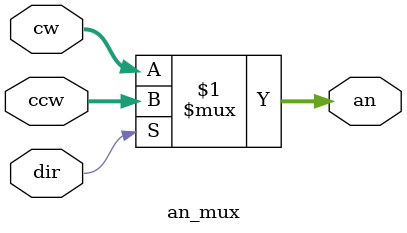
<source format=sv>
`timescale 1ns / 1ps

module an_mux(
    input logic [3:0] cw, //clockwise
    input logic [3:0] ccw, //counter-clock wise
    input logic dir, //direction
    output logic [3:0] an //enable
    );
    
    assign an = dir ? ccw : cw;
endmodule
</source>
